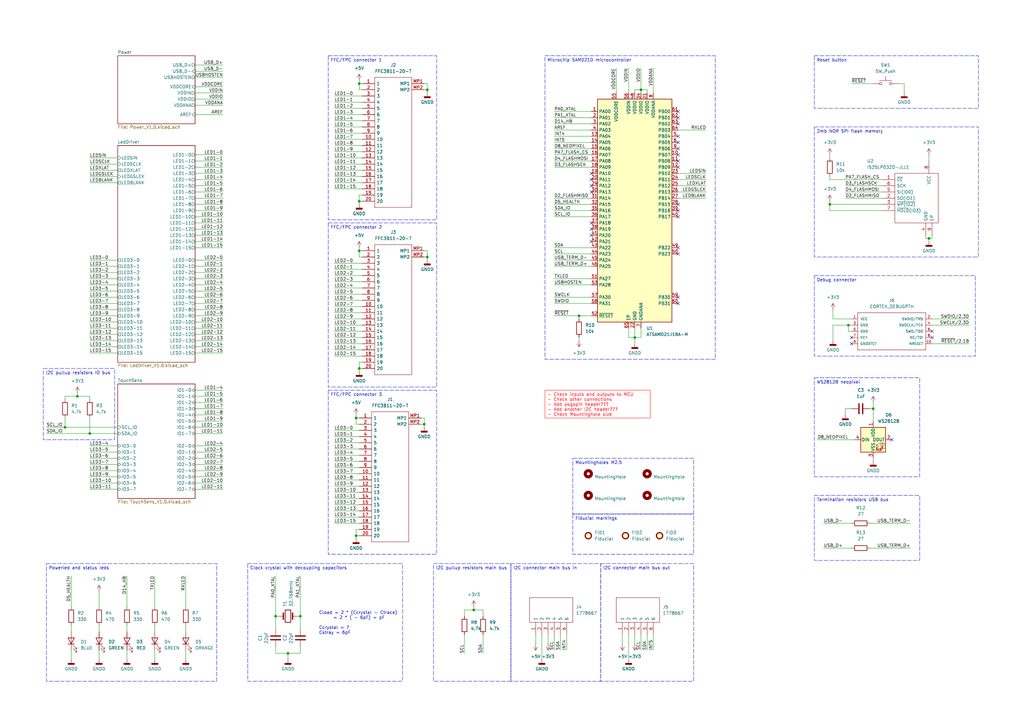
<source format=kicad_sch>
(kicad_sch (version 20230121) (generator eeschema)
  (paper "A3")
  (title_block (title "Led driver board BabySim") (date "06-09-2023") (rev "V1.0") (company "Health Concept Lab") (comment 1 "Author(s): Emiel Visser & Joris Bol"))
  (junction (at 194.31 250.19))
  (junction (at 262.89 36.83))
  (junction (at 147.32 151.13))
  (junction (at 113.03 252.73))
  (junction (at 358.14 167.64))
  (junction (at 173.99 173.99))
  (junction (at 175.26 36.83))
  (junction (at 147.32 34.29))
  (junction (at 31.75 162.56))
  (junction (at 123.19 252.73))
  (junction (at 147.32 102.87))
  (junction (at 381 97.79))
  (junction (at 347.98 133.35))
  (junction (at 146.05 171.45))
  (junction (at 26.67 175.26))
  (junction (at 260.35 138.43))
  (junction (at 340.36 83.82))
  (junction (at 175.26 105.41))
  (junction (at 146.05 219.71))
  (junction (at 118.11 267.97))
  (junction (at 147.32 82.55))
  (junction (at 237.49 129.54))
  (junction (at 36.83 177.8))
  (no_connect (at 382.27 135.89))
  (no_connect (at 278.13 45.72))
  (no_connect (at 278.13 88.9))
  (no_connect (at 278.13 104.14))
  (no_connect (at 349.25 138.43))
  (no_connect (at 242.57 73.66))
  (no_connect (at 242.57 93.98))
  (no_connect (at 242.57 96.52))
  (no_connect (at 278.13 55.88))
  (no_connect (at 278.13 83.82))
  (no_connect (at 365.76 180.34))
  (no_connect (at 278.13 48.26))
  (no_connect (at 242.57 71.12))
  (no_connect (at 242.57 78.74))
  (no_connect (at 382.27 138.43))
  (no_connect (at 242.57 76.2))
  (no_connect (at 349.25 140.97))
  (no_connect (at 278.13 86.36))
  (no_connect (at 242.57 91.44))
  (no_connect (at 278.13 68.58))
  (no_connect (at 278.13 121.92))
  (no_connect (at 278.13 60.96))
  (no_connect (at 278.13 101.6))
  (no_connect (at 242.57 99.06))
  (no_connect (at 278.13 124.46))
  (no_connect (at 278.13 58.42))
  (no_connect (at 278.13 50.8))
  (no_connect (at 278.13 66.04))
  (no_connect (at 278.13 63.5))
  (wire (pts (xy 137.16 118.11) (xy 148.59 118.11)))
  (wire (pts (xy 137.16 130.81) (xy 148.59 130.81)))
  (wire (pts (xy 91.44 76.2) (xy 80.01 76.2)))
  (wire (pts (xy 190.5 250.19) (xy 194.31 250.19)))
  (wire (pts (xy 40.64 256.54) (xy 40.64 259.08)))
  (wire (pts (xy 36.83 111.76) (xy 48.26 111.76)))
  (wire (pts (xy 91.44 121.92) (xy 80.01 121.92)))
  (wire (pts (xy 123.19 257.81) (xy 123.19 252.73)))
  (wire (pts (xy 91.44 81.28) (xy 80.01 81.28)))
  (wire (pts (xy 137.16 189.23) (xy 147.32 189.23)))
  (wire (pts (xy 36.83 171.45) (xy 36.83 177.8)))
  (wire (pts (xy 175.26 34.29) (xy 175.26 36.83)))
  (wire (pts (xy 91.44 63.5) (xy 80.01 63.5)))
  (wire (pts (xy 63.5 236.22) (xy 63.5 248.92)))
  (wire (pts (xy 262.89 36.83) (xy 260.35 36.83)))
  (wire (pts (xy 198.12 252.73) (xy 198.12 250.19)))
  (wire (pts (xy 341.63 130.81) (xy 349.25 130.81)))
  (wire (pts (xy 227.33 55.88) (xy 242.57 55.88)))
  (wire (pts (xy 232.41 260.35) (xy 232.41 266.7)))
  (wire (pts (xy 118.11 267.97) (xy 123.19 267.97)))
  (wire (pts (xy 337.82 214.63) (xy 349.25 214.63)))
  (wire (pts (xy 91.44 106.68) (xy 80.01 106.68)))
  (wire (pts (xy 198.12 260.35) (xy 198.12 267.97)))
  (wire (pts (xy 224.79 260.35) (xy 224.79 264.16)))
  (wire (pts (xy 148.59 82.55) (xy 147.32 82.55)))
  (wire (pts (xy 147.32 173.99) (xy 146.05 173.99)))
  (wire (pts (xy 80.01 198.12) (xy 91.44 198.12)))
  (wire (pts (xy 76.2 256.54) (xy 76.2 259.08)))
  (wire (pts (xy 36.83 72.39) (xy 48.26 72.39)))
  (wire (pts (xy 227.33 260.35) (xy 227.33 266.7)))
  (wire (pts (xy 146.05 171.45) (xy 146.05 170.18)))
  (wire (pts (xy 340.36 83.82) (xy 361.95 83.82)))
  (wire (pts (xy 341.63 133.35) (xy 347.98 133.35)))
  (wire (pts (xy 172.72 171.45) (xy 173.99 171.45)))
  (wire (pts (xy 91.44 86.36) (xy 80.01 86.36)))
  (wire (pts (xy 91.44 137.16) (xy 80.01 137.16)))
  (wire (pts (xy 257.81 260.35) (xy 257.81 270.51)))
  (wire (pts (xy 346.71 81.28) (xy 361.95 81.28)))
  (wire (pts (xy 91.44 175.26) (xy 80.01 175.26)))
  (wire (pts (xy 346.71 78.74) (xy 361.95 78.74)))
  (wire (pts (xy 147.32 34.29) (xy 147.32 33.02)))
  (wire (pts (xy 137.16 194.31) (xy 147.32 194.31)))
  (wire (pts (xy 137.16 143.51) (xy 148.59 143.51)))
  (wire (pts (xy 358.14 167.64) (xy 356.87 167.64)))
  (wire (pts (xy 137.16 115.57) (xy 148.59 115.57)))
  (wire (pts (xy 76.2 236.22) (xy 76.2 248.92)))
  (wire (pts (xy 91.44 73.66) (xy 80.01 73.66)))
  (wire (pts (xy 255.27 260.35) (xy 255.27 264.16)))
  (wire (pts (xy 80.01 185.42) (xy 91.44 185.42)))
  (wire (pts (xy 252.73 27.94) (xy 252.73 38.1)))
  (wire (pts (xy 91.44 91.44) (xy 80.01 91.44)))
  (wire (pts (xy 227.33 48.26) (xy 242.57 48.26)))
  (wire (pts (xy 190.5 267.97) (xy 190.5 260.35)))
  (wire (pts (xy 29.21 236.22) (xy 29.21 248.92)))
  (wire (pts (xy 341.63 139.7) (xy 341.63 133.35)))
  (wire (pts (xy 137.16 135.89) (xy 148.59 135.89)))
  (wire (pts (xy 137.16 184.15) (xy 147.32 184.15)))
  (wire (pts (xy 382.27 133.35) (xy 397.51 133.35)))
  (wire (pts (xy 148.59 148.59) (xy 147.32 148.59)))
  (wire (pts (xy 137.16 128.27) (xy 148.59 128.27)))
  (wire (pts (xy 227.33 116.84) (xy 242.57 116.84)))
  (wire (pts (xy 260.35 260.35) (xy 260.35 264.16)))
  (wire (pts (xy 123.19 252.73) (xy 123.19 236.22)))
  (wire (pts (xy 137.16 69.85) (xy 148.59 69.85)))
  (wire (pts (xy 36.83 185.42) (xy 48.26 185.42)))
  (wire (pts (xy 36.83 121.92) (xy 48.26 121.92)))
  (wire (pts (xy 26.67 162.56) (xy 26.67 163.83)))
  (wire (pts (xy 36.83 124.46) (xy 48.26 124.46)))
  (wire (pts (xy 26.67 175.26) (xy 48.26 175.26)))
  (wire (pts (xy 113.03 252.73) (xy 114.3 252.73)))
  (wire (pts (xy 227.33 124.46) (xy 242.57 124.46)))
  (wire (pts (xy 147.32 80.01) (xy 147.32 82.55)))
  (wire (pts (xy 349.25 34.29) (xy 358.14 34.29)))
  (wire (pts (xy 346.71 76.2) (xy 361.95 76.2)))
  (wire (pts (xy 227.33 60.96) (xy 242.57 60.96)))
  (wire (pts (xy 123.19 252.73) (xy 121.92 252.73)))
  (wire (pts (xy 227.33 109.22) (xy 242.57 109.22)))
  (wire (pts (xy 194.31 248.92) (xy 194.31 250.19)))
  (wire (pts (xy 91.44 162.56) (xy 80.01 162.56)))
  (wire (pts (xy 91.44 119.38) (xy 80.01 119.38)))
  (wire (pts (xy 91.44 132.08) (xy 80.01 132.08)))
  (wire (pts (xy 137.16 49.53) (xy 148.59 49.53)))
  (wire (pts (xy 278.13 81.28) (xy 289.56 81.28)))
  (wire (pts (xy 227.33 104.14) (xy 242.57 104.14)))
  (wire (pts (xy 340.36 63.5) (xy 340.36 64.77)))
  (wire (pts (xy 52.07 236.22) (xy 52.07 248.92)))
  (wire (pts (xy 137.16 133.35) (xy 148.59 133.35)))
  (wire (pts (xy 356.87 214.63) (xy 373.38 214.63)))
  (wire (pts (xy 137.16 138.43) (xy 148.59 138.43)))
  (wire (pts (xy 148.59 34.29) (xy 147.32 34.29)))
  (wire (pts (xy 137.16 52.07) (xy 148.59 52.07)))
  (wire (pts (xy 137.16 212.09) (xy 147.32 212.09)))
  (wire (pts (xy 148.59 80.01) (xy 147.32 80.01)))
  (wire (pts (xy 91.44 167.64) (xy 80.01 167.64)))
  (wire (pts (xy 227.33 83.82) (xy 242.57 83.82)))
  (wire (pts (xy 278.13 73.66) (xy 289.56 73.66)))
  (wire (pts (xy 36.83 74.93) (xy 48.26 74.93)))
  (wire (pts (xy 262.89 134.62) (xy 262.89 138.43)))
  (wire (pts (xy 137.16 67.31) (xy 148.59 67.31)))
  (wire (pts (xy 137.16 209.55) (xy 147.32 209.55)))
  (wire (pts (xy 80.01 193.04) (xy 91.44 193.04)))
  (wire (pts (xy 175.26 102.87) (xy 175.26 105.41)))
  (wire (pts (xy 346.71 170.18) (xy 346.71 167.64)))
  (wire (pts (xy 36.83 127) (xy 48.26 127)))
  (wire (pts (xy 36.83 195.58) (xy 48.26 195.58)))
  (wire (pts (xy 229.87 260.35) (xy 229.87 266.7)))
  (wire (pts (xy 175.26 105.41) (xy 173.99 105.41)))
  (wire (pts (xy 137.16 41.91) (xy 148.59 41.91)))
  (wire (pts (xy 36.83 116.84) (xy 48.26 116.84)))
  (wire (pts (xy 347.98 135.89) (xy 349.25 135.89)))
  (wire (pts (xy 146.05 173.99) (xy 146.05 171.45)))
  (wire (pts (xy 262.89 138.43) (xy 260.35 138.43)))
  (wire (pts (xy 91.44 111.76) (xy 80.01 111.76)))
  (wire (pts (xy 137.16 46.99) (xy 148.59 46.99)))
  (wire (pts (xy 91.44 31.75) (xy 80.01 31.75)))
  (wire (pts (xy 267.97 27.94) (xy 267.97 38.1)))
  (wire (pts (xy 137.16 39.37) (xy 148.59 39.37)))
  (wire (pts (xy 382.27 97.79) (xy 381 97.79)))
  (wire (pts (xy 278.13 71.12) (xy 289.56 71.12)))
  (wire (pts (xy 173.99 102.87) (xy 175.26 102.87)))
  (wire (pts (xy 137.16 74.93) (xy 148.59 74.93)))
  (wire (pts (xy 137.16 214.63) (xy 147.32 214.63)))
  (wire (pts (xy 40.64 242.57) (xy 40.64 248.92)))
  (wire (pts (xy 337.82 224.79) (xy 349.25 224.79)))
  (wire (pts (xy 91.44 165.1) (xy 80.01 165.1)))
  (wire (pts (xy 52.07 256.54) (xy 52.07 259.08)))
  (wire (pts (xy 137.16 146.05) (xy 148.59 146.05)))
  (wire (pts (xy 91.44 127) (xy 80.01 127)))
  (wire (pts (xy 137.16 62.23) (xy 148.59 62.23)))
  (wire (pts (xy 80.01 46.99) (xy 91.44 46.99)))
  (wire (pts (xy 137.16 199.39) (xy 147.32 199.39)))
  (wire (pts (xy 36.83 134.62) (xy 48.26 134.62)))
  (wire (pts (xy 36.83 129.54) (xy 48.26 129.54)))
  (wire (pts (xy 237.49 129.54) (xy 242.57 129.54)))
  (wire (pts (xy 147.32 105.41) (xy 147.32 102.87)))
  (wire (pts (xy 91.44 88.9) (xy 80.01 88.9)))
  (wire (pts (xy 146.05 217.17) (xy 146.05 219.71)))
  (wire (pts (xy 335.28 180.34) (xy 350.52 180.34)))
  (wire (pts (xy 80.01 35.56) (xy 91.44 35.56)))
  (wire (pts (xy 237.49 138.43) (xy 237.49 139.7)))
  (wire (pts (xy 267.97 260.35) (xy 267.97 266.7)))
  (wire (pts (xy 40.64 266.7) (xy 40.64 270.51)))
  (wire (pts (xy 91.44 142.24) (xy 80.01 142.24)))
  (wire (pts (xy 123.19 267.97) (xy 123.19 265.43)))
  (wire (pts (xy 118.11 267.97) (xy 118.11 270.51)))
  (wire (pts (xy 175.26 36.83) (xy 173.99 36.83)))
  (wire (pts (xy 147.32 152.4) (xy 147.32 151.13)))
  (wire (pts (xy 257.81 27.94) (xy 257.81 38.1)))
  (wire (pts (xy 227.33 63.5) (xy 242.57 63.5)))
  (wire (pts (xy 36.83 190.5) (xy 48.26 190.5)))
  (wire (pts (xy 91.44 124.46) (xy 80.01 124.46)))
  (wire (pts (xy 340.36 82.55) (xy 340.36 83.82)))
  (wire (pts (xy 147.32 148.59) (xy 147.32 151.13)))
  (wire (pts (xy 194.31 250.19) (xy 198.12 250.19)))
  (wire (pts (xy 91.44 114.3) (xy 80.01 114.3)))
  (wire (pts (xy 227.33 88.9) (xy 242.57 88.9)))
  (wire (pts (xy 356.87 224.79) (xy 373.38 224.79)))
  (wire (pts (xy 349.25 133.35) (xy 347.98 133.35)))
  (wire (pts (xy 227.33 106.68) (xy 242.57 106.68)))
  (wire (pts (xy 80.01 195.58) (xy 91.44 195.58)))
  (wire (pts (xy 137.16 57.15) (xy 148.59 57.15)))
  (wire (pts (xy 80.01 38.1) (xy 91.44 38.1)))
  (wire (pts (xy 36.83 200.66) (xy 48.26 200.66)))
  (wire (pts (xy 289.56 53.34) (xy 278.13 53.34)))
  (wire (pts (xy 137.16 54.61) (xy 148.59 54.61)))
  (wire (pts (xy 260.35 134.62) (xy 260.35 138.43)))
  (wire (pts (xy 91.44 101.6) (xy 80.01 101.6)))
  (wire (pts (xy 36.83 139.7) (xy 48.26 139.7)))
  (wire (pts (xy 382.27 130.81) (xy 397.51 130.81)))
  (wire (pts (xy 278.13 76.2) (xy 289.56 76.2)))
  (wire (pts (xy 382.27 140.97) (xy 397.51 140.97)))
  (wire (pts (xy 381 97.79) (xy 381 99.06)))
  (wire (pts (xy 358.14 165.1) (xy 358.14 167.64)))
  (wire (pts (xy 227.33 50.8) (xy 242.57 50.8)))
  (wire (pts (xy 358.14 172.72) (xy 358.14 167.64)))
  (wire (pts (xy 36.83 182.88) (xy 48.26 182.88)))
  (wire (pts (xy 260.35 36.83) (xy 260.35 38.1)))
  (wire (pts (xy 148.59 36.83) (xy 147.32 36.83)))
  (wire (pts (xy 31.75 162.56) (xy 36.83 162.56)))
  (wire (pts (xy 91.44 66.04) (xy 80.01 66.04)))
  (wire (pts (xy 91.44 93.98) (xy 80.01 93.98)))
  (wire (pts (xy 147.32 171.45) (xy 146.05 171.45)))
  (wire (pts (xy 29.21 256.54) (xy 29.21 259.08)))
  (wire (pts (xy 91.44 177.8) (xy 80.01 177.8)))
  (wire (pts (xy 370.84 34.29) (xy 368.3 34.29)))
  (wire (pts (xy 382.27 96.52) (xy 382.27 97.79)))
  (wire (pts (xy 346.71 167.64) (xy 349.25 167.64)))
  (wire (pts (xy 91.44 172.72) (xy 80.01 172.72)))
  (wire (pts (xy 36.83 109.22) (xy 48.26 109.22)))
  (wire (pts (xy 278.13 78.74) (xy 289.56 78.74)))
  (wire (pts (xy 91.44 134.62) (xy 80.01 134.62)))
  (wire (pts (xy 137.16 179.07) (xy 147.32 179.07)))
  (wire (pts (xy 173.99 173.99) (xy 172.72 173.99)))
  (wire (pts (xy 80.01 182.88) (xy 91.44 182.88)))
  (wire (pts (xy 227.33 114.3) (xy 242.57 114.3)))
  (wire (pts (xy 80.01 40.64) (xy 91.44 40.64)))
  (wire (pts (xy 91.44 96.52) (xy 80.01 96.52)))
  (wire (pts (xy 137.16 181.61) (xy 147.32 181.61)))
  (wire (pts (xy 137.16 107.95) (xy 148.59 107.95)))
  (wire (pts (xy 91.44 78.74) (xy 80.01 78.74)))
  (wire (pts (xy 80.01 26.67) (xy 91.44 26.67)))
  (wire (pts (xy 227.33 129.54) (xy 237.49 129.54)))
  (wire (pts (xy 31.75 161.29) (xy 31.75 162.56)))
  (wire (pts (xy 147.32 36.83) (xy 147.32 34.29)))
  (wire (pts (xy 91.44 170.18) (xy 80.01 170.18)))
  (wire (pts (xy 175.26 106.68) (xy 175.26 105.41)))
  (wire (pts (xy 227.33 58.42) (xy 242.57 58.42)))
  (wire (pts (xy 137.16 176.53) (xy 147.32 176.53)))
  (wire (pts (xy 19.05 177.8) (xy 36.83 177.8)))
  (wire (pts (xy 137.16 59.69) (xy 148.59 59.69)))
  (wire (pts (xy 80.01 200.66) (xy 91.44 200.66)))
  (wire (pts (xy 113.03 257.81) (xy 113.03 252.73)))
  (wire (pts (xy 137.16 44.45) (xy 148.59 44.45)))
  (wire (pts (xy 80.01 190.5) (xy 91.44 190.5)))
  (wire (pts (xy 190.5 250.19) (xy 190.5 252.73)))
  (wire (pts (xy 262.89 27.94) (xy 262.89 36.83)))
  (wire (pts (xy 137.16 191.77) (xy 147.32 191.77)))
  (wire (pts (xy 137.16 123.19) (xy 148.59 123.19)))
  (wire (pts (xy 36.83 177.8) (xy 48.26 177.8)))
  (wire (pts (xy 63.5 256.54) (xy 63.5 259.08)))
  (wire (pts (xy 36.83 142.24) (xy 48.26 142.24)))
  (wire (pts (xy 257.81 138.43) (xy 260.35 138.43)))
  (wire (pts (xy 227.33 86.36) (xy 242.57 86.36)))
  (wire (pts (xy 36.83 69.85) (xy 48.26 69.85)))
  (wire (pts (xy 173.99 175.26) (xy 173.99 173.99)))
  (wire (pts (xy 19.05 175.26) (xy 26.67 175.26)))
  (wire (pts (xy 80.01 187.96) (xy 91.44 187.96)))
  (wire (pts (xy 147.32 102.87) (xy 147.32 101.6)))
  (wire (pts (xy 91.44 99.06) (xy 80.01 99.06)))
  (wire (pts (xy 29.21 266.7) (xy 29.21 270.51)))
  (wire (pts (xy 91.44 68.58) (xy 80.01 68.58)))
  (wire (pts (xy 137.16 77.47) (xy 148.59 77.47)))
  (wire (pts (xy 36.83 163.83) (xy 36.83 162.56)))
  (wire (pts (xy 36.83 144.78) (xy 48.26 144.78)))
  (wire (pts (xy 137.16 125.73) (xy 148.59 125.73)))
  (wire (pts (xy 260.35 138.43) (xy 260.35 140.97)))
  (wire (pts (xy 340.36 72.39) (xy 340.36 73.66)))
  (wire (pts (xy 91.44 116.84) (xy 80.01 116.84)))
  (wire (pts (xy 91.44 71.12) (xy 80.01 71.12)))
  (wire (pts (xy 80.01 29.21) (xy 91.44 29.21)))
  (wire (pts (xy 146.05 220.98) (xy 146.05 219.71)))
  (wire (pts (xy 347.98 133.35) (xy 347.98 135.89)))
  (wire (pts (xy 113.03 265.43) (xy 113.03 267.97)))
  (wire (pts (xy 91.44 144.78) (xy 80.01 144.78)))
  (wire (pts (xy 52.07 266.7) (xy 52.07 270.51)))
  (wire (pts (xy 36.83 137.16) (xy 48.26 137.16)))
  (wire (pts (xy 113.03 267.97) (xy 118.11 267.97)))
  (wire (pts (xy 173.99 34.29) (xy 175.26 34.29)))
  (wire (pts (xy 148.59 102.87) (xy 147.32 102.87)))
  (wire (pts (xy 91.44 109.22) (xy 80.01 109.22)))
  (wire (pts (xy 36.83 114.3) (xy 48.26 114.3)))
  (wire (pts (xy 26.67 162.56) (xy 31.75 162.56)))
  (wire (pts (xy 137.16 72.39) (xy 148.59 72.39)))
  (wire (pts (xy 36.83 64.77) (xy 48.26 64.77)))
  (wire (pts (xy 36.83 67.31) (xy 48.26 67.31)))
  (wire (pts (xy 222.25 260.35) (xy 222.25 270.51)))
  (wire (pts (xy 175.26 38.1) (xy 175.26 36.83)))
  (wire (pts (xy 227.33 68.58) (xy 242.57 68.58)))
  (wire (pts (xy 76.2 266.7) (xy 76.2 270.51)))
  (wire (pts (xy 340.36 86.36) (xy 361.95 86.36)))
  (wire (pts (xy 341.63 127) (xy 341.63 130.81)))
  (wire (pts (xy 137.16 113.03) (xy 148.59 113.03)))
  (wire (pts (xy 63.5 266.7) (xy 63.5 270.51)))
  (wire (pts (xy 137.16 140.97) (xy 148.59 140.97)))
  (wire (pts (xy 237.49 130.81) (xy 237.49 129.54)))
  (wire (pts (xy 36.83 106.68) (xy 48.26 106.68)))
  (wire (pts (xy 36.83 198.12) (xy 48.26 198.12)))
  (wire (pts (xy 26.67 171.45) (xy 26.67 175.26)))
  (wire (pts (xy 381 63.5) (xy 381 66.04)))
  (wire (pts (xy 91.44 129.54) (xy 80.01 129.54)))
  (wire (pts (xy 146.05 219.71) (xy 147.32 219.71)))
  (wire (pts (xy 358.14 187.96) (xy 358.14 189.23)))
  (wire (pts (xy 148.59 105.41) (xy 147.32 105.41)))
  (wire (pts (xy 265.43 38.1) (xy 265.43 36.83)))
  (wire (pts (xy 227.33 53.34) (xy 242.57 53.34)))
  (wire (pts (xy 137.16 196.85) (xy 147.32 196.85)))
  (wire (pts (xy 265.43 36.83) (xy 262.89 36.83)))
  (wire (pts (xy 91.44 139.7) (xy 80.01 139.7)))
  (wire (pts (xy 257.81 134.62) (xy 257.81 138.43)))
  (wire (pts (xy 137.16 64.77) (xy 148.59 64.77)))
  (wire (pts (xy 381 97.79) (xy 379.73 97.79)))
  (wire (pts (xy 262.89 36.83) (xy 262.89 38.1)))
  (wire (pts (xy 36.83 187.96) (xy 48.26 187.96)))
  (wire (pts (xy 227.33 66.04) (xy 242.57 66.04)))
  (wire (pts (xy 227.33 101.6) (xy 242.57 101.6)))
  (wire (pts (xy 219.71 260.35) (xy 219.71 264.16)))
  (wire (pts (xy 36.83 119.38) (xy 48.26 119.38)))
  (wire (pts (xy 227.33 121.92) (xy 242.57 121.92)))
  (wire (pts (xy 147.32 83.82) (xy 147.32 82.55)))
  (wire (pts (xy 91.44 160.02) (xy 80.01 160.02)))
  (wire (pts (xy 36.83 193.04) (xy 48.26 193.04)))
  (wire (pts (xy 80.01 43.18) (xy 91.44 43.18)))
  (wire (pts (xy 173.99 171.45) (xy 173.99 173.99)))
  (wire (pts (xy 36.83 132.08) (xy 48.26 132.08)))
  (wire (pts (xy 137.16 120.65) (xy 148.59 120.65)))
  (wire (pts (xy 147.32 151.13) (xy 148.59 151.13)))
  (wire (pts (xy 91.44 83.82) (xy 80.01 83.82)))
  (wire (pts (xy 137.16 186.69) (xy 147.32 186.69)))
  (wire (pts (xy 265.43 260.35) (xy 265.43 266.7)))
  (wire (pts (xy 379.73 97.79) (xy 379.73 96.52)))
  (wire (pts (xy 370.84 38.1) (xy 370.84 34.29)))
  (wire (pts (xy 340.36 83.82) (xy 340.36 86.36)))
  (wire (pts (xy 227.33 45.72) (xy 242.57 45.72)))
  (wire (pts (xy 262.89 260.35) (xy 262.89 266.7)))
  (wire (pts (xy 137.16 207.01) (xy 147.32 207.01)))
  (wire (pts (xy 340.36 73.66) (xy 361.95 73.66)))
  (wire (pts (xy 113.03 252.73) (xy 113.03 236.22)))
  (wire (pts (xy 227.33 81.28) (xy 242.57 81.28)))
  (wire (pts (xy 147.32 217.17) (xy 146.05 217.17)))
  (wire (pts (xy 137.16 110.49) (xy 148.59 110.49)))
  (wire (pts (xy 137.16 201.93) (xy 147.32 201.93)))
  (wire (pts (xy 137.16 204.47) (xy 147.32 204.47)))
  (text_box "I2C connector main bus out" (at 246.38 231.14 0) (size 38.1 48.26) (stroke (width 0) (type dash)) (effects (font (size 1.27 1.27)) (justify left top)))
  (text_box "Clock crystal with decoupling capacitors" (at 101.6 231.14 0) (size 63.5 48.26) (stroke (width 0) (type dash)) (effects (font (size 1.27 1.27)) (justify left top)))
  (text_box "I2C pullup resistors main bus" (at 177.8 231.14 0) (size 31.75 48.26) (stroke (width 0) (type dash)) (effects (font (size 1.27 1.27)) (justify left top)))
  (text_box "FFC/FPC connector 3" (at 134.62 160.02 0) (size 44.45 67.31) (stroke (width 0) (type dash)) (effects (font (size 1.27 1.27)) (justify left top)))
  (text_box "I2C connector main bus in" (at 209.55 231.14 0) (size 36.83 48.26) (stroke (width 0) (type dash)) (effects (font (size 1.27 1.27)) (justify left top)))
  (text_box "Mountingholes M2.5" (at 234.95 187.96 0) (size 49.53 22.86) (stroke (width 0) (type dash)) (effects (font (size 1.27 1.27)) (justify left top)))
  (text_box "Debug connector" (at 334.01 113.03 0) (size 66.04 33.02) (stroke (width 0) (type dash)) (effects (font (size 1.27 1.27)) (justify left top)))
  (text_box "2mb NOR SPI flash memory" (at 334.01 52.07 0) (size 67.31 53.34) (stroke (width 0) (type dash)) (effects (font (size 1.27 1.27)) (justify left top)))
  (text_box "- Check inputs and outputs to MCU\n- Check other connections \n- Add pogopin header???\n- Add another I2C header???\n- Check Mountinghole size" (at 223.52 160.02 0) (size 43.18 11.43) (stroke (width 0) (color 255 0 0 1)) (effects (font (size 1.27 1.27)) (justify left top)))
  (text_box "Termination resistors USB bus" (at 334.01 203.2 0) (size 43.18 26.67) (stroke (width 0) (type dash)) (effects (font (size 1.27 1.27)) (justify left top)))
  (text_box "Powerled and status leds" (at 19.05 231.14 0) (size 69.85 48.26) (stroke (width 0) (type dash)) (effects (font (size 1.27 1.27)) (justify left top)))
  (text_box "FFC/FPC connector 1" (at 134.62 22.86 0) (size 44.45 67.31) (stroke (width 0) (type dash)) (effects (font (size 1.27 1.27)) (justify left top)))
  (text_box "Reset button" (at 334.01 22.86 0) (size 67.31 21.59) (stroke (width 0) (type dash)) (effects (font (size 1.27 1.27)) (justify left top)))
  (text_box "Microchip SAMD21D microcontroller" (at 223.52 22.86 0) (size 69.85 124.46) (stroke (width 0) (type dash)) (effects (font (size 1.27 1.27)) (justify left top)))
  (text_box "Fiducial markings" (at 234.95 210.82 0) (size 49.53 16.51) (stroke (width 0) (type dash)) (effects (font (size 1.27 1.27)) (justify left top)))
  (text_box "FFC/FPC connector 2" (at 134.62 91.44 0) (size 44.45 67.31) (stroke (width 0) (type dash)) (effects (font (size 1.27 1.27)) (justify left top)))
  (text_box "I2C pullup resistors IO bus" (at 17.78 151.13 0) (size 29.21 29.21) (stroke (width 0) (type dash)) (effects (font (size 1.27 1.27)) (justify left top)))
  (text_box "WS2812B neopixel" (at 334.01 154.94 0) (size 43.18 40.64) (stroke (width 0) (type dash)) (effects (font (size 1.27 1.27)) (justify left top)))
  (text "Cload = 2 * (Ccrystal - Ctrace)\n      = 2 * ( - 6pF) = pF\n\nCcrystal = ?\nCstray = 6pF" (at 130.81 260.35 0) (effects (font (size 1.27 1.27)) (justify left bottom)))
  (label "LED2-11" (at 91.44 200.66 180))
  (label "LED3-11" (at 36.83 134.62 0))
  (label "LEDBLANK" (at 289.56 81.28 180))
  (label "INT5" (at 267.97 266.7 90))
  (label "LED3-9" (at 36.83 129.54 0))
  (label "AREF" (at 91.44 46.99 180))
  (label "LED2-3" (at 91.44 114.3 180))
  (label "LED3-9" (at 137.16 199.39 0))
  (label "LED1-8" (at 91.44 83.82 180))
  (label "LED3-5" (at 36.83 119.38 0))
  (label "D8_NEOPIXEL" (at 227.33 60.96 0))
  (label "LED3-5" (at 137.16 189.23 0))
  (label "USB_TERM_D-" (at 227.33 106.68 0))
  (label "SDA" (at 265.43 266.7 90))
  (label "LED3-12" (at 137.16 207.01 0))
  (label "LED2-8" (at 137.16 128.27 0))
  (label "INT5" (at 227.33 58.42 0))
  (label "LEDXLAT" (at 36.83 69.85 0))
  (label "LED1-5" (at 91.44 162.56 180))
  (label "LED1-6" (at 91.44 165.1 180))
  (label "LED3-11" (at 36.83 200.66 0))
  (label "D3_FLASHSCK" (at 346.71 76.2 0))
  (label "LED3-12" (at 36.83 137.16 0))
  (label "VDDIN" (at 257.81 27.94 270))
  (label "PA1_XTAL" (at 227.33 48.26 0))
  (label "VDDIO" (at 262.89 27.94 270))
  (label "~{RESET}" (at 227.33 129.54 0))
  (label "LED3-4" (at 36.83 182.88 0))
  (label "LED2-1" (at 91.44 109.22 180))
  (label "VDDIO" (at 91.44 40.64 180))
  (label "LED1-12" (at 91.44 93.98 180))
  (label "D4_FLASHMOSI" (at 346.71 78.74 0))
  (label "LED1-14" (at 91.44 99.06 180))
  (label "LED2-10" (at 91.44 132.08 180))
  (label "LEDXLAT" (at 289.56 76.2 180))
  (label "LED3-5" (at 36.83 185.42 0))
  (label "LED1-15" (at 137.16 77.47 0))
  (label "LED1-9" (at 91.44 86.36 180))
  (label "LED3-10" (at 137.16 201.93 0))
  (label "LED3-8" (at 137.16 196.85 0))
  (label "LEDGSLCK" (at 36.83 72.39 0))
  (label "SDA" (at 198.12 267.97 90))
  (label "LED3-10" (at 36.83 198.12 0))
  (label "SCL_IO" (at 19.05 175.26 0))
  (label "LEDBLANK" (at 36.83 74.93 0))
  (label "LED3-13" (at 137.16 209.55 0))
  (label "SDA" (at 227.33 101.6 0))
  (label "LED2-6" (at 91.44 187.96 180))
  (label "LED1-6" (at 137.16 54.61 0))
  (label "LED2-0" (at 137.16 107.95 0))
  (label "USB_TERM_D-" (at 373.38 214.63 180))
  (label "LED3-8" (at 36.83 127 0))
  (label "TXLED" (at 227.33 114.3 0))
  (label "AREF" (at 227.33 53.34 0))
  (label "LED1-11" (at 137.16 67.31 0))
  (label "D3_FLASHSCK" (at 227.33 68.58 0))
  (label "LED2-9" (at 91.44 195.58 180))
  (label "LEDGSLCK" (at 289.56 78.74 180))
  (label "LED2-15" (at 137.16 146.05 0))
  (label "LED3-8" (at 36.83 193.04 0))
  (label "LED2-6" (at 137.16 123.19 0))
  (label "LED1-2" (at 91.44 68.58 180))
  (label "LED3-15" (at 137.16 214.63 0))
  (label "LED1-8" (at 137.16 59.69 0))
  (label "LED3-6" (at 36.83 121.92 0))
  (label "LED2-10" (at 137.16 133.35 0))
  (label "LED1-7" (at 91.44 81.28 180))
  (label "LED3-0" (at 36.83 106.68 0))
  (label "LED2-3" (at 137.16 115.57 0))
  (label "LED3-15" (at 36.83 144.78 0))
  (label "VDDIN" (at 91.44 38.1 180))
  (label "LED1-10" (at 137.16 64.77 0))
  (label "LED1-11" (at 91.44 177.8 180))
  (label "LED3-7" (at 36.83 190.5 0))
  (label "LED1-7" (at 137.16 57.15 0))
  (label "LED2-7" (at 91.44 124.46 180))
  (label "LED2-1" (at 137.16 110.49 0))
  (label "RXLED" (at 289.56 53.34 180))
  (label "SCL" (at 262.89 266.7 90))
  (label "LED2-2" (at 137.16 113.03 0))
  (label "LED1-14" (at 137.16 74.93 0))
  (label "~{RESET}" (at 349.25 34.29 0))
  (label "LED1-13" (at 137.16 72.39 0))
  (label "PA0_XTAL" (at 227.33 45.72 0))
  (label "LED2-5" (at 91.44 119.38 180))
  (label "LED1-9" (at 91.44 172.72 180))
  (label "LED3-9" (at 36.83 195.58 0))
  (label "SDA_IO" (at 227.33 86.36 0))
  (label "PA7_FLASH_CS" (at 346.71 73.66 0))
  (label "SWDIO{slash}2.3D" (at 397.51 130.81 180))
  (label "LED3-14" (at 36.83 142.24 0))
  (label "LED2-7" (at 137.16 125.73 0))
  (label "LED1-0" (at 91.44 63.5 180))
  (label "D5_HEALTH" (at 227.33 83.82 0))
  (label "LED2-14" (at 91.44 142.24 180))
  (label "LED1-3" (at 137.16 46.99 0))
  (label "D5_HEALTH" (at 29.21 236.22 270))
  (label "LEDSIN" (at 36.83 64.77 0))
  (label "LED3-1" (at 137.16 179.07 0))
  (label "SCL" (at 227.33 104.14 0))
  (label "LEDSIN" (at 289.56 71.12 180))
  (label "LED3-4" (at 137.16 186.69 0))
  (label "PA7_FLASH_CS" (at 227.33 63.5 0))
  (label "SDA_IO" (at 19.05 177.8 0))
  (label "LED1-13" (at 91.44 96.52 180))
  (label "LED1-10" (at 91.44 88.9 180))
  (label "USBHOSTEN" (at 227.33 116.84 0))
  (label "D4_FLASHMOSI" (at 227.33 66.04 0))
  (label "LED2-4" (at 137.16 118.11 0))
  (label "LED2-14" (at 137.16 143.51 0))
  (label "LED3-1" (at 36.83 109.22 0))
  (label "SCL" (at 190.5 267.97 90))
  (label "LED1-1" (at 137.16 41.91 0))
  (label "LED2-9" (at 91.44 129.54 180))
  (label "LED2-4" (at 91.44 182.88 180))
  (label "VDDCORE" (at 91.44 35.56 180))
  (label "LED2-5" (at 137.16 120.65 0))
  (label "LED1-11" (at 91.44 91.44 180))
  (label "LED1-4" (at 137.16 49.53 0))
  (label "~{RESET}{slash}2.1B" (at 397.51 140.97 180))
  (label "PA1_XTAL" (at 123.19 236.22 270))
  (label "LED2-10" (at 91.44 198.12 180))
  (label "VDDCORE" (at 252.73 27.94 270))
  (label "USB_TERM_D+" (at 373.38 224.79 180))
  (label "LED2-6" (at 91.44 121.92 180))
  (label "LED3-6" (at 36.83 187.96 0))
  (label "USB_TERM_D+" (at 227.33 109.22 0))
  (label "LED2-15" (at 91.44 144.78 180))
  (label "LED1-1" (at 91.44 66.04 180))
  (label "LED2-7" (at 91.44 190.5 180))
  (label "LED3-13" (at 36.83 139.7 0))
  (label "LED2-9" (at 137.16 130.81 0))
  (label "LED3-14" (at 137.16 212.09 0))
  (label "LED3-6" (at 137.16 191.77 0))
  (label "LED2-12" (at 91.44 137.16 180))
  (label "D14_HB" (at 227.33 50.8 0))
  (label "LED3-11" (at 137.16 204.47 0))
  (label "USBHOSTEN" (at 91.44 31.75 180))
  (label "SWCLK" (at 227.33 121.92 0))
  (label "PA0_XTAL" (at 113.03 236.22 270))
  (label "LED1-5" (at 91.44 76.2 180))
  (label "LED1-5" (at 137.16 52.07 0))
  (label "INT4" (at 227.33 55.88 0))
  (label "VDDANA" (at 267.97 27.94 270))
  (label "LED1-12" (at 137.16 69.85 0))
  (label "SCL" (at 227.33 266.7 90))
  (label "USB_D+" (at 91.44 26.67 180))
  (label "LED1-0" (at 137.16 39.37 0))
  (label "LED2-12" (at 137.16 138.43 0))
  (label "SWCLK{slash}2.3D" (at 397.51 133.35 180))
  (label "LED2-2" (at 91.44 111.76 180))
  (label "LED3-4" (at 36.83 116.84 0))
  (label "LED2-11" (at 91.44 134.62 180))
  (label "LED2-11" (at 137.16 135.89 0))
  (label "LED1-2" (at 137.16 44.45 0))
  (label "TXLED" (at 63.5 236.22 270))
  (label "LED1-10" (at 91.44 175.26 180))
  (label "SCL_IO" (at 227.33 88.9 0))
  (label "LED1-3" (at 91.44 71.12 180))
  (label "USB_D-" (at 337.82 214.63 0))
  (label "D14_HB" (at 52.07 236.22 270))
  (label "LED2-4" (at 91.44 116.84 180))
  (label "LED1-4" (at 91.44 73.66 180))
  (label "D2_FLASHMISO" (at 346.71 81.28 0))
  (label "D8_NEOPIXEL" (at 335.28 180.34 0))
  (label "VDDANA" (at 91.44 43.18 180))
  (label "LED1-8" (at 91.44 170.18 180))
  (label "LED1-9" (at 137.16 62.23 0))
  (label "LED1-4" (at 91.44 160.02 180))
  (label "LED3-7" (at 36.83 124.46 0))
  (label "SDA" (at 229.87 266.7 90))
  (label "LED2-5" (at 91.44 185.42 180))
  (label "LED2-8" (at 91.44 193.04 180))
  (label "LED1-6" (at 91.44 78.74 180))
  (label "LED2-0" (at 91.44 106.68 180))
  (label "LED2-8" (at 91.44 127 180))
  (label "LED1-15" (at 91.44 101.6 180))
  (label "RXLED" (at 76.2 236.22 270))
  (label "LEDSCLK" (at 36.83 67.31 0))
  (label "LED1-7" (at 91.44 167.64 180))
  (label "LED2-13" (at 137.16 140.97 0))
  (label "USB_D-" (at 91.44 29.21 180))
  (label "LED3-3" (at 36.83 114.3 0))
  (label "LED3-7" (at 137.16 194.31 0))
  (label "INT4" (at 232.41 266.7 90))
  (label "LED3-3" (at 137.16 184.15 0))
  (label "SWDIO" (at 227.33 124.46 0))
  (label "LED2-13" (at 91.44 139.7 180))
  (label "LED3-2" (at 137.16 181.61 0))
  (label "LED3-10" (at 36.83 132.08 0))
  (label "LED3-2" (at 36.83 111.76 0))
  (label "D2_FLASHMISO" (at 227.33 81.28 0))
  (label "USB_D+" (at 337.82 224.79 0))
  (label "LEDSCLK" (at 289.56 73.66 180))
  (label "LED3-0" (at 137.16 176.53 0))
  (symbol (lib_id "Mechanical:Fiducial") (at 256.54 219.71 0) (unit 1)
    (property "Reference" "FID2" (at 259.08 218.44 0) (effects (justify left)))
    (property "Value" "Fiducial" (at 259.08 220.98 0) (effects (justify left)))
    (property "Footprint" "Fiducial:Fiducial_1mm_Mask2mm" (effects hide))
  )
  (symbol (lib_id "Device:LED") (at 63.5 262.89 90) (unit 1)
    (property "Reference" "D4" (at 67.31 263.2075 90) (effects (justify right)))
    (property "Value" "GREEN" (at 67.31 265.7475 90) (effects (justify right)))
    (property "Footprint" "LED_SMD:LED_0805_2012Metric_Pad1.15x1.40mm_HandSolder" (effects hide))
  )
  (symbol (lib_id "power:+3V3") (at 260.35 264.16 180) (unit 1)
    (property "Reference" "#PWR026" (effects hide))
    (property "Value" "+3V3" (at 260.35 269.24 0))
  )
  (symbol (lib_id "Device:R") (at 353.06 224.79 90) (unit 1)
    (property "Reference" "R13" (at 353.06 218.44 90))
    (property "Value" "27" (at 353.06 220.98 90))
    (property "Footprint" "Resistor_SMD:R_0603_1608Metric_Pad0.98x0.95mm_HandSolder" (effects hide))
  )
  (symbol (lib_id "Device:R") (at 36.83 167.64 180) (unit 1)
    (property "Reference" "R3" (at 39.37 166.37 0) (effects (justify right)))
    (property "Value" "4.7k" (at 39.37 168.91 0) (effects (justify right)))
    (property "Footprint" "Resistor_SMD:R_0603_1608Metric_Pad0.98x0.95mm_HandSolder" (effects hide))
  )
  (symbol (lib_id "power:GNDD") (at 146.05 220.98 0) (unit 1)
    (property "Reference" "#PWR010" (effects hide))
    (property "Value" "GNDD" (at 146.05 224.79 0))
  )
  (symbol (lib_id "Device:Crystal") (at 118.11 252.73 180) (unit 1)
    (property "Reference" "Y1" (at 116.84 248.92 90) (effects (justify right)))
    (property "Value" "32.768mHz" (at 119.38 248.92 90) (effects (justify right)))
    (property "Footprint" "Crystal:Crystal_SMD_3215-2Pin_3.2x1.5mm" (effects hide))
  )
  (symbol (lib_id "SamacSys_Parts:IS25LP032D-JLLE") (at 361.95 73.66 0) (unit 1)
    (property "Reference" "U2" (at 355.6 66.04 0) (effects (justify left)))
    (property "Value" "IS25LP032D-JLLE" (at 355.6 68.58 0) (effects (justify left)))
    (property "Footprint" "SON127P600X500X75-9N-D" (effects hide))
    (property "Datasheet" "http://www.issi.com/WW/pdf/25LP-WP032D.pdf" (effects hide))
    (property "Description" "NOR Flash 32M QSPI, WSON ET" (effects hide))
    (property "Height" "0.75" (effects hide))
    (property "Manufacturer_Name" "Integrated Silicon Solution Inc." (effects hide))
    (property "Manufacturer_Part_Number" "IS25LP032D-JLLE" (effects hide))
    (property "Mouser Part Number" "870-IS25LP032D-JLLE" (effects hide))
    (property "Mouser Price/Stock" "https://www.mouser.co.uk/ProductDetail/ISSI/IS25LP032D-JLLE?qs=DXv0QSHKF4wnam7hnzWEbg%3D%3D" (effects hide))
    (property "Arrow Part Number" "IS25LP032D-JLLE" (effects hide))
    (property "Arrow Price/Stock" "https://www.arrow.com/en/products/is25lp032d-jlle/integrated-silicon-solution-inc?region=nac" (effects hide))
  )
  (symbol (lib_id "power:+3V3") (at 340.36 82.55 0) (unit 1)
    (property "Reference" "#PWR028" (effects hide))
    (property "Value" "+3V3" (at 340.36 77.47 0))
  )
  (symbol (lib_id "power:GNDD") (at 222.25 270.51 0) (unit 1)
    (property "Reference" "#PWR020" (effects hide))
    (property "Value" "GNDD" (at 222.25 274.32 0))
  )
  (symbol (lib_id "power:GNDD") (at 63.5 270.51 0) (unit 1)
    (property "Reference" "#PWR06" (effects hide))
    (property "Value" "GNDD" (at 63.5 274.32 0))
  )
  (symbol (lib_id "power:GNDD") (at 381 99.06 0) (unit 1)
    (property "Reference" "#PWR036" (effects hide))
    (property "Value" "GNDD" (at 381 102.87 0))
  )
  (symbol (lib_id "Device:R") (at 52.07 252.73 0) (unit 1)
    (property "Reference" "R5" (at 54.61 251.46 0) (effects (justify left)))
    (property "Value" "330" (at 54.61 254 0) (effects (justify left)))
    (property "Footprint" "Resistor_SMD:R_0603_1608Metric_Pad0.98x0.95mm_HandSolder" (effects hide))
  )
  (symbol (lib_id "Mechanical:MountingHole") (at 265.43 203.2 0) (unit 1)
    (property "Reference" "H4" (effects hide))
    (property "Value" "MountingHole" (at 267.97 204.47 0) (effects (justify left)))
    (property "Footprint" "MountingHole:MountingHole_2.7mm_M2.5_DIN965" (effects hide))
  )
  (symbol (lib_id "SamacSys_Parts:1778667") (at 219.71 260.35 90) (unit 1)
    (property "Reference" "J4" (at 236.22 248.92 90) (effects (justify right)))
    (property "Value" "1778667" (at 236.22 251.46 90) (effects (justify right)))
    (property "Footprint" "SHDRRA6W70P0X250_1X6_1670X750X510P" (effects hide))
    (property "Datasheet" "http://www.phoenixcontact.com/de/produkte/1778667/pdf" (effects hide))
    (property "Description" "PCB header, nominal cross section: 0.5 mm?, color: black, nominal current: 6 A, rated voltage (III/2): 160 V, contact surface: Tin, type of contact: Male connector, Number of potentials: 6, Number of rows: 1, Number of positions per row: 6, number of connections: 6, product range: PTSM 0,5/..-HH-THR, pitch: 2.5 mm, mounting: THR soldering, pin layout: Linear pinning, solder pin [P]: 2.1 mm, Stecksystem: COMBICON COMPACT PTSM, Locking: without, type of packaging: 32 mm wide tape" (effects hide))
    (property "Height" "5.1" (effects hide))
    (property "Manufacturer_Name" "Phoenix Contact" (effects hide))
    (property "Manufacturer_Part_Number" "1778667" (effects hide))
    (property "Mouser Part Number" "651-1778667" (effects hide))
    (property "Mouser Price/Stock" "https://www.mouser.co.uk/ProductDetail/Phoenix-Contact/1778667?qs=i0qWf6NAoDtdrKZdTiVKlQ%3D%3D" (effects hide))
    (property "Arrow Part Number" "1778667" (effects hide))
    (property "Arrow Price/Stock" "https://www.arrow.com/en/products/1778667/phoenix-contact?region=nac" (effects hide))
  )
  (symbol (lib_id "Device:R") (at 340.36 68.58 0) (unit 1)
    (property "Reference" "R11" (at 342.9 67.31 0) (effects (justify left)))
    (property "Value" "10k" (at 342.9 69.85 0) (effects (justify left)))
    (property "Footprint" "Resistor_SMD:R_0603_1608Metric_Pad0.98x0.95mm_HandSolder" (effects hide))
  )
  (symbol (lib_id "power:+3V3") (at 40.64 242.57 0) (unit 1)
    (property "Reference" "#PWR03" (effects hide))
    (property "Value" "+3V3" (at 40.64 237.49 0))
  )
  (symbol (lib_id "power:+3V3") (at 358.14 165.1 0) (unit 1)
    (property "Reference" "#PWR032" (effects hide))
    (property "Value" "+3V3" (at 358.14 160.02 0))
  )
  (symbol (lib_id "power:+3V3") (at 340.36 63.5 0) (unit 1)
    (property "Reference" "#PWR027" (effects hide))
    (property "Value" "+3V3" (at 340.36 58.42 0))
  )
  (symbol (lib_id "power:GNDD") (at 173.99 175.26 0) (mirror y) (unit 1)
    (property "Reference" "#PWR015" (effects hide))
    (property "Value" "GNDD" (at 173.99 179.07 0))
  )
  (symbol (lib_id "Device:C") (at 353.06 167.64 90) (unit 1)
    (property "Reference" "C3" (at 353.06 160.02 90))
    (property "Value" "1uF" (at 353.06 162.56 90))
    (property "Footprint" "Capacitor_SMD:C_0603_1608Metric_Pad1.08x0.95mm_HandSolder" (effects hide))
  )
  (symbol (lib_id "MCU_Microchip_SAMD:ATSAMD21J18A-M") (at 260.35 86.36 0) (unit 1)
    (property "Reference" "U1" (at 265.0841 134.62 0) (effects (justify left)))
    (property "Value" "ATSAMD21J18A-M" (at 265.0841 137.16 0) (effects (justify left)))
    (property "Footprint" "Package_DFN_QFN:QFN-64-1EP_9x9mm_P0.5mm_EP4.7x4.7mm" (effects hide))
    (property "Datasheet" "http://ww1.microchip.com/downloads/en/DeviceDoc/SAM_D21_DA1_Family_Data%20Sheet_DS40001882E.pdf" (effects hide))
  )
  (symbol (lib_id "power:GNDD") (at 147.32 152.4 0) (unit 1)
    (property "Reference" "#PWR014" (effects hide))
    (property "Value" "GNDD" (at 147.32 156.21 0))
  )
  (symbol (lib_id "Device:R") (at 198.12 256.54 180) (unit 1)
    (property "Reference" "R9" (at 200.66 255.27 0) (effects (justify right)))
    (property "Value" "4.7k" (at 200.66 257.81 0) (effects (justify right)))
    (property "Footprint" "Resistor_SMD:R_0603_1608Metric_Pad0.98x0.95mm_HandSolder" (effects hide))
  )
  (symbol (lib_id "power:GNDD") (at 341.63 139.7 0) (unit 1)
    (property "Reference" "#PWR030" (effects hide))
    (property "Value" "GNDD" (at 341.63 143.51 0))
  )
  (symbol (lib_id "Device:C") (at 123.19 261.62 180) (unit 1)
    (property "Reference" "C2" (at 116.84 261.62 90))
    (property "Value" "22pF" (at 119.38 261.62 90))
    (property "Footprint" "Capacitor_SMD:C_0402_1005Metric_Pad0.74x0.62mm_HandSolder" (effects hide))
  )
  (symbol (lib_id "power:GNDD") (at 257.81 270.51 0) (unit 1)
    (property "Reference" "#PWR024" (effects hide))
    (property "Value" "GNDD" (at 257.81 274.32 0))
  )
  (symbol (lib_id "power:+3V3") (at 381 63.5 0) (unit 1)
    (property "Reference" "#PWR035" (effects hide))
    (property "Value" "+3V3" (at 381 58.42 0))
  )
  (symbol (lib_id "power:+3V3") (at 237.49 139.7 180) (unit 1)
    (property "Reference" "#PWR022" (effects hide))
    (property "Value" "+3V3" (at 237.49 144.78 0))
  )
  (symbol (lib_id "Mechanical:MountingHole") (at 241.3 194.31 0) (unit 1)
    (property "Reference" "H1" (effects hide))
    (property "Value" "MountingHole" (at 243.84 195.58 0) (effects (justify left)))
    (property "Footprint" "MountingHole:MountingHole_2.7mm_M2.5_DIN965" (effects hide))
  )
  (symbol (lib_id "SamacSys_Parts:FFC3B11-20-T") (at 173.99 34.29 0) (mirror y) (unit 1)
    (property "Reference" "J2" (at 161.29 26.67 0))
    (property "Value" "FFC3B11-20-T" (at 161.29 29.21 0))
    (property "Footprint" "SamacSys_Parts:FFC3B1120T" (effects hide))
    (property "Datasheet" "https://gct.co/newark/connector/FFC3B11" (effects hide))
    (property "Description" "GCT (GLOBAL CONNECTOR TECHNOLOGY) - FFC3B11-20-T - FFC / FPC Board Connector, 1 mm, 20 Contacts, Receptacle, FFC3B11 Series" (effects hide))
    (property "Height" "2.65" (effects hide))
    (property "Manufacturer_Name" "GCT (GLOBAL CONNECTOR TECHNOLOGY)" (effects hide))
    (property "Manufacturer_Part_Number" "FFC3B11-20-T" (effects hide))
    (property "Mouser Part Number" "640-FFC3B11-20-T" (effects hide))
    (property "Mouser Price/Stock" "https://www.mouser.co.uk/ProductDetail/GCT/FFC3B11-20-T?qs=KUoIvG%2F9IlYkjs6FOujy%252BQ%3D%3D" (effects hide))
  )
  (symbol (lib_id "power:+5V") (at 255.27 264.16 180) (unit 1)
    (property "Reference" "#PWR023" (effects hide))
    (property "Value" "+5V" (at 255.27 269.24 0))
  )
  (symbol (lib_id "SamacSys_Parts:FFC3B11-20-T") (at 172.72 171.45 0) (mirror y) (unit 1)
    (property "Reference" "J1" (at 160.02 163.83 0))
    (property "Value" "FFC3B11-20-T" (at 160.02 166.37 0))
    (property "Footprint" "SamacSys_Parts:FFC3B1120T" (effects hide))
    (property "Datasheet" "https://gct.co/newark/connector/FFC3B11" (effects hide))
    (property "Description" "GCT (GLOBAL CONNECTOR TECHNOLOGY) - FFC3B11-20-T - FFC / FPC Board Connector, 1 mm, 20 Contacts, Receptacle, FFC3B11 Series" (effects hide))
    (property "Height" "2.65" (effects hide))
    (property "Manufacturer_Name" "GCT (GLOBAL CONNECTOR TECHNOLOGY)" (effects hide))
    (property "Manufacturer_Part_Number" "FFC3B11-20-T" (effects hide))
    (property "Mouser Part Number" "640-FFC3B11-20-T" (effects hide))
    (property "Mouser Price/Stock" "https://www.mouser.co.uk/ProductDetail/GCT/FFC3B11-20-T?qs=KUoIvG%2F9IlYkjs6FOujy%252BQ%3D%3D" (effects hide))
  )
  (symbol (lib_id "power:GNDD") (at 118.11 270.51 0) (unit 1)
    (property "Reference" "#PWR08" (effects hide))
    (property "Value" "GNDD" (at 118.11 274.32 0))
  )
  (symbol (lib_id "power:GNDD") (at 76.2 270.51 0) (unit 1)
    (property "Reference" "#PWR07" (effects hide))
    (property "Value" "GNDD" (at 76.2 274.32 0))
  )
  (symbol (lib_id "Sparkfun_Connectors:CORTEX_DEBUGPTH") (at 364.49 135.89 0) (unit 1)
    (property "Reference" "J6" (at 365.76 123.19 0))
    (property "Value" "CORTEX_DEBUGPTH" (at 365.76 125.73 0))
    (property "Footprint" "Sparkfun_Connectors:2X5-PTH-1.27MM" (effects hide))
  )
  (symbol (lib_id "power:+5V") (at 219.71 264.16 180) (unit 1)
    (property "Reference" "#PWR019" (effects hide))
    (property "Value" "+5V" (at 219.71 269.24 0))
  )
  (symbol (lib_id "Device:R") (at 63.5 252.73 0) (unit 1)
    (property "Reference" "R6" (at 66.04 251.46 0) (effects (justify left)))
    (property "Value" "470" (at 66.04 254 0) (effects (justify left)))
    (property "Footprint" "Resistor_SMD:R_0603_1608Metric_Pad0.98x0.95mm_HandSolder" (effects hide))
  )
  (symbol (lib_id "power:GNDD") (at 52.07 270.51 0) (unit 1)
    (property "Reference" "#PWR05" (effects hide))
    (property "Value" "GNDD" (at 52.07 274.32 0))
  )
  (symbol (lib_id "power:GNDD") (at 175.26 106.68 0) (mirror y) (unit 1)
    (property "Reference" "#PWR017" (effects hide))
    (property "Value" "GNDD" (at 175.26 110.49 0))
  )
  (symbol (lib_id "power:GNDD") (at 29.21 270.51 0) (unit 1)
    (property "Reference" "#PWR01" (effects hide))
    (property "Value" "GNDD" (at 29.21 274.32 0))
  )
  (symbol (lib_id "power:GNDD") (at 346.71 170.18 0) (unit 1)
    (property "Reference" "#PWR031" (effects hide))
    (property "Value" "GNDD" (at 346.71 173.99 0))
  )
  (symbol (lib_id "Device:LED") (at 52.07 262.89 90) (unit 1)
    (property "Reference" "D3" (at 55.88 263.2075 90) (effects (justify right)))
    (property "Value" "RED" (at 55.88 265.7475 90) (effects (justify right)))
    (property "Footprint" "LED_SMD:LED_0805_2012Metric_Pad1.15x1.40mm_HandSolder" (effects hide))
  )
  (symbol (lib_id "power:+3V3") (at 341.63 127 0) (unit 1)
    (property "Reference" "#PWR029" (effects hide))
    (property "Value" "+3V3" (at 341.63 121.92 0))
  )
  (symbol (lib_id "Mechanical:Fiducial") (at 270.51 219.71 0) (unit 1)
    (property "Reference" "FID3" (at 273.05 218.44 0) (effects (justify left)))
    (property "Value" "Fiducial" (at 273.05 220.98 0) (effects (justify left)))
    (property "Footprint" "Fiducial:Fiducial_1mm_Mask2mm" (effects hide))
  )
  (symbol (lib_id "Device:LED") (at 40.64 262.89 90) (unit 1)
    (property "Reference" "D2" (at 44.45 263.2075 90) (effects (justify right)))
    (property "Value" "GREEN" (at 44.45 265.7475 90) (effects (justify right)))
    (property "Footprint" "LED_SMD:LED_0805_2012Metric_Pad1.15x1.40mm_HandSolder" (effects hide))
  )
  (symbol (lib_id "Mechanical:MountingHole") (at 265.43 194.31 0) (unit 1)
    (property "Reference" "H2" (effects hide))
    (property "Value" "MountingHole" (at 267.97 195.58 0) (effects (justify left)))
    (property "Footprint" "MountingHole:MountingHole_2.7mm_M2.5_DIN965" (effects hide))
  )
  (symbol (lib_id "power:GNDD") (at 358.14 189.23 0) (unit 1)
    (property "Reference" "#PWR033" (effects hide))
    (property "Value" "GNDD" (at 358.14 193.04 0))
  )
  (symbol (lib_id "Device:R") (at 76.2 252.73 0) (unit 1)
    (property "Reference" "R7" (at 78.74 251.46 0) (effects (justify left)))
    (property "Value" "330" (at 78.74 254 0) (effects (justify left)))
    (property "Footprint" "Resistor_SMD:R_0603_1608Metric_Pad0.98x0.95mm_HandSolder" (effects hide))
  )
  (symbol (lib_id "LED:WS2812B") (at 358.14 180.34 0) (unit 1)
    (property "Reference" "D6" (at 364.49 170.18 0))
    (property "Value" "WS2812B" (at 364.49 172.72 0))
    (property "Footprint" "LED_SMD:LED_WS2812B_PLCC4_5.0x5.0mm_P3.2mm" (effects hide))
    (property "Datasheet" "https://cdn-shop.adafruit.com/datasheets/WS2812B.pdf" (effects hide))
  )
  (symbol (lib_id "power:+3V3") (at 194.31 248.92 0) (unit 1)
    (property "Reference" "#PWR018" (effects hide))
    (property "Value" "+3V3" (at 194.31 243.84 0))
  )
  (symbol (lib_id "power:+3V3") (at 31.75 161.29 0) (unit 1)
    (property "Reference" "#PWR02" (effects hide))
    (property "Value" "+3V3" (at 31.75 156.21 0))
  )
  (symbol (lib_id "Mechanical:MountingHole") (at 241.3 203.2 0) (unit 1)
    (property "Reference" "H3" (effects hide))
    (property "Value" "MountingHole" (at 243.84 204.47 0) (effects (justify left)))
    (property "Footprint" "MountingHole:MountingHole_2.7mm_M2.5_DIN965" (effects hide))
  )
  (symbol (lib_id "SamacSys_Parts:1778667") (at 255.27 260.35 90) (unit 1)
    (property "Reference" "J5" (at 271.78 248.92 90) (effects (justify right)))
    (property "Value" "1778667" (at 271.78 251.46 90) (effects (justify right)))
    (property "Footprint" "SHDRRA6W70P0X250_1X6_1670X750X510P" (effects hide))
    (property "Datasheet" "http://www.phoenixcontact.com/de/produkte/1778667/pdf" (effects hide))
    (property "Description" "PCB header, nominal cross section: 0.5 mm?, color: black, nominal current: 6 A, rated voltage (III/2): 160 V, contact surface: Tin, type of contact: Male connector, Number of potentials: 6, Number of rows: 1, Number of positions per row: 6, number of connections: 6, product range: PTSM 0,5/..-HH-THR, pitch: 2.5 mm, mounting: THR soldering, pin layout: Linear pinning, solder pin [P]: 2.1 mm, Stecksystem: COMBICON COMPACT PTSM, Locking: without, type of packaging: 32 mm wide tape" (effects hide))
    (property "Height" "5.1" (effects hide))
    (property "Manufacturer_Name" "Phoenix Contact" (effects hide))
    (property "Manufacturer_Part_Number" "1778667" (effects hide))
    (property "Mouser Part Number" "651-1778667" (effects hide))
    (property "Mouser Price/Stock" "https://www.mouser.co.uk/ProductDetail/Phoenix-Contact/1778667?qs=i0qWf6NAoDtdrKZdTiVKlQ%3D%3D" (effects hide))
    (property "Arrow Part Number" "1778667" (effects hide))
    (property "Arrow Price/Stock" "https://www.arrow.com/en/products/1778667/phoenix-contact?region=nac" (effects hide))
  )
  (symbol (lib_id "power:GNDD") (at 370.84 38.1 0) (unit 1)
    (property "Reference" "#PWR034" (effects hide))
    (property "Value" "GNDD" (at 370.84 41.91 0))
  )
  (symbol (lib_id "power:+5V") (at 147.32 33.02 0) (unit 1)
    (property "Reference" "#PWR011" (effects hide))
    (property "Value" "+5V" (at 147.32 27.94 0))
  )
  (symbol (lib_id "power:+5V") (at 147.32 101.6 0) (unit 1)
    (property "Reference" "#PWR013" (effects hide))
    (property "Value" "+5V" (at 147.32 96.52 0))
  )
  (symbol (lib_id "Device:C") (at 113.03 261.62 180) (unit 1)
    (property "Reference" "C1" (at 106.68 261.62 90))
    (property "Value" "22pF" (at 109.22 261.62 90))
    (property "Footprint" "Capacitor_SMD:C_0402_1005Metric_Pad0.74x0.62mm_HandSolder" (effects hide))
  )
  (symbol (lib_id "power:GNDD") (at 260.35 140.97 0) (unit 1)
    (property "Reference" "#PWR025" (effects hide))
    (property "Value" "GNDD" (at 260.35 144.78 0))
  )
  (symbol (lib_id "power:GNDD") (at 147.32 83.82 0) (unit 1)
    (property "Reference" "#PWR012" (effects hide))
    (property "Value" "GNDD" (at 147.32 87.63 0))
  )
  (symbol (lib_id "Device:R") (at 237.49 134.62 0) (unit 1)
    (property "Reference" "R10" (at 240.03 133.35 0) (effects (justify left)))
    (property "Value" "10k" (at 240.03 135.89 0) (effects (justify left)))
    (property "Footprint" "Resistor_SMD:R_0603_1608Metric_Pad0.98x0.95mm_HandSolder" (effects hide))
  )
  (symbol (lib_id "power:GNDD") (at 175.26 38.1 0) (mirror y) (unit 1)
    (property "Reference" "#PWR016" (effects hide))
    (property "Value" "GNDD" (at 175.26 41.91 0))
  )
  (symbol (lib_id "Mechanical:Fiducial") (at 241.3 219.71 0) (unit 1)
    (property "Reference" "FID1" (at 243.84 218.44 0) (effects (justify left)))
    (property "Value" "Fiducial" (at 243.84 220.98 0) (effects (justify left)))
    (property "Footprint" "Fiducial:Fiducial_1mm_Mask2mm" (effects hide))
  )
  (symbol (lib_id "power:+3V3") (at 224.79 264.16 180) (unit 1)
    (property "Reference" "#PWR021" (effects hide))
    (property "Value" "+3V3" (at 224.79 269.24 0))
  )
  (symbol (lib_id "SamacSys_Parts:FFC3B11-20-T") (at 173.99 102.87 0) (mirror y) (unit 1)
    (property "Reference" "J3" (at 161.29 95.25 0))
    (property "Value" "FFC3B11-20-T" (at 161.29 97.79 0))
    (property "Footprint" "SamacSys_Parts:FFC3B1120T" (effects hide))
    (property "Datasheet" "https://gct.co/newark/connector/FFC3B11" (effects hide))
    (property "Description" "GCT (GLOBAL CONNECTOR TECHNOLOGY) - FFC3B11-20-T - FFC / FPC Board Connector, 1 mm, 20 Contacts, Receptacle, FFC3B11 Series" (effects hide))
    (property "Height" "2.65" (effects hide))
    (property "Manufacturer_Name" "GCT (GLOBAL CONNECTOR TECHNOLOGY)" (effects hide))
    (property "Manufacturer_Part_Number" "FFC3B11-20-T" (effects hide))
    (property "Mouser Part Number" "640-FFC3B11-20-T" (effects hide))
    (property "Mouser Price/Stock" "https://www.mouser.co.uk/ProductDetail/GCT/FFC3B11-20-T?qs=KUoIvG%2F9IlYkjs6FOujy%252BQ%3D%3D" (effects hide))
  )
  (symbol (lib_id "Switch:SW_Push") (at 363.22 34.29 0) (unit 1)
    (property "Reference" "SW1" (at 363.22 26.67 0))
    (property "Value" "SW_Push" (at 363.22 29.21 0))
    (property "Footprint" "SamacSys_Parts:PTS810SJG250SMTRLFS" (effects hide))
  )
  (symbol (lib_id "power:+5V") (at 146.05 170.18 0) (unit 1)
    (property "Reference" "#PWR09" (effects hide))
    (property "Value" "+5V" (at 146.05 165.1 0))
  )
  (symbol (lib_id "Device:R") (at 40.64 252.73 0) (unit 1)
    (property "Reference" "R4" (at 43.18 251.46 0) (effects (justify left)))
    (property "Value" "470" (at 43.18 254 0) (effects (justify left)))
    (property "Footprint" "Resistor_SMD:R_0603_1608Metric_Pad0.98x0.95mm_HandSolder" (effects hide))
  )
  (symbol (lib_id "Device:R") (at 353.06 214.63 90) (unit 1)
    (property "Reference" "R12" (at 353.06 208.28 90))
    (property "Value" "27" (at 353.06 210.82 90))
    (property "Footprint" "Resistor_SMD:R_0603_1608Metric_Pad0.98x0.95mm_HandSolder" (effects hide))
  )
  (symbol (lib_id "power:GNDD") (at 40.64 270.51 0) (unit 1)
    (property "Reference" "#PWR04" (effects hide))
    (property "Value" "GNDD" (at 40.64 274.32 0))
  )
  (symbol (lib_id "Device:R") (at 190.5 256.54 0) (unit 1)
    (property "Reference" "R8" (at 193.04 255.27 0) (effects (justify left)))
    (property "Value" "4.7k" (at 193.04 257.81 0) (effects (justify left)))
    (property "Footprint" "Resistor_SMD:R_0603_1608Metric_Pad0.98x0.95mm_HandSolder" (effects hide))
  )
  (symbol (lib_id "Device:R") (at 29.21 252.73 0) (unit 1)
    (property "Reference" "R2" (at 31.75 251.46 0) (effects (justify left)))
    (property "Value" "330" (at 31.75 254 0) (effects (justify left)))
    (property "Footprint" "Resistor_SMD:R_0603_1608Metric_Pad0.98x0.95mm_HandSolder" (effects hide))
  )
  (symbol (lib_id "Device:LED") (at 29.21 262.89 90) (unit 1)
    (property "Reference" "D1" (at 33.02 263.2075 90) (effects (justify right)))
    (property "Value" "BLUE" (at 33.02 265.7475 90) (effects (justify right)))
    (property "Footprint" "LED_SMD:LED_0805_2012Metric_Pad1.15x1.40mm_HandSolder" (effects hide))
  )
  (symbol (lib_id "Device:R") (at 26.67 167.64 0) (unit 1)
    (property "Reference" "R1" (at 29.21 166.37 0) (effects (justify left)))
    (property "Value" "4.7k" (at 29.21 168.91 0) (effects (justify left)))
    (property "Footprint" "Resistor_SMD:R_0603_1608Metric_Pad0.98x0.95mm_HandSolder" (effects hide))
  )
  (symbol (lib_id "Device:LED") (at 76.2 262.89 90) (unit 1)
    (property "Reference" "D5" (at 80.01 263.2075 90) (effects (justify right)))
    (property "Value" "ORANGE" (at 80.01 265.7475 90) (effects (justify right)))
    (property "Footprint" "LED_SMD:LED_0805_2012Metric_Pad1.15x1.40mm_HandSolder" (effects hide))
  )
  (sheet (at 48.26 157.48) (size 31.75 46.99) (stroke (width 0.1524))
    (property "Sheetname" "TouchSens" (at 48.26 156.7684 0) (effects (justify left bottom)))
    (property "Sheetfile" "TouchSens_V1.0.kicad_sch" (at 48.26 205.0546 0) (effects (justify left top)))
    (pin "IO1-3" bidirectional (at 80.01 167.64 0))
    (pin "IO1-1" bidirectional (at 80.01 162.56 0))
    (pin "IO1-0" bidirectional (at 80.01 160.02 0))
    (pin "IO1-2" bidirectional (at 80.01 165.1 0))
    (pin "IO1-6" bidirectional (at 80.01 175.26 0))
    (pin "IO1-4" bidirectional (at 80.01 170.18 0))
    (pin "IO1-5" bidirectional (at 80.01 172.72 0))
    (pin "IO1-7" bidirectional (at 80.01 177.8 0))
    (pin "IO3-5" bidirectional (at 48.26 195.58 180))
    (pin "IO3-6" bidirectional (at 48.26 198.12 180))
    (pin "IO3-7" bidirectional (at 48.26 200.66 180))
    (pin "IO3-4" bidirectional (at 48.26 193.04 180))
    (pin "IO3-1" bidirectional (at 48.26 185.42 180))
    (pin "IO3-2" bidirectional (at 48.26 187.96 180))
    (pin "IO3-3" bidirectional (at 48.26 190.5 180))
    (pin "IO3-0" bidirectional (at 48.26 182.88 180))
    (pin "IO2-6" bidirectional (at 80.01 198.12 0))
    (pin "IO2-5" bidirectional (at 80.01 195.58 0))
    (pin "IO2-4" bidirectional (at 80.01 193.04 0))
    (pin "IO2-7" bidirectional (at 80.01 200.66 0))
    (pin "IO2-3" bidirectional (at 80.01 190.5 0))
    (pin "IO2-0" bidirectional (at 80.01 182.88 0))
    (pin "IO2-1" bidirectional (at 80.01 185.42 0))
    (pin "IO2-2" bidirectional (at 80.01 187.96 0))
    (pin "SCL_IO" input (at 48.26 175.26 180))
    (pin "SDA_IO" bidirectional (at 48.26 177.8 180))
  )
  (sheet (at 48.26 59.69) (size 31.75 88.9) (stroke (width 0.1524))
    (property "Sheetname" "LedDriver" (at 48.26 58.9784 0) (effects (justify left bottom)))
    (property "Sheetfile" "LedDriver_V1.0.kicad_sch" (at 48.26 149.1746 0) (effects (justify left top)))
    (pin "LEDSCLK" input (at 48.26 67.31 180))
    (pin "LEDBLANK" output (at 48.26 74.93 180))
    (pin "LEDSIN" input (at 48.26 64.77 180))
    (pin "LEDXLAT" output (at 48.26 69.85 180))
    (pin "LEDGSLCK" input (at 48.26 72.39 180))
    (pin "LED1-2" output (at 80.01 68.58 0))
    (pin "LED1-3" output (at 80.01 71.12 0))
    (pin "LED1-1" output (at 80.01 66.04 0))
    (pin "LED1-0" output (at 80.01 63.5 0))
    (pin "LED1-10" output (at 80.01 88.9 0))
    (pin "LED1-11" output (at 80.01 91.44 0))
    (pin "LED1-12" output (at 80.01 93.98 0))
    (pin "LED1-14" output (at 80.01 99.06 0))
    (pin "LED1-15" output (at 80.01 101.6 0))
    (pin "LED1-13" output (at 80.01 96.52 0))
    (pin "LED1-4" output (at 80.01 73.66 0))
    (pin "LED1-6" output (at 80.01 78.74 0))
    (pin "LED1-7" output (at 80.01 81.28 0))
    (pin "LED1-5" output (at 80.01 76.2 0))
    (pin "LED1-9" output (at 80.01 86.36 0))
    (pin "LED1-8" output (at 80.01 83.82 0))
    (pin "LED2-15" output (at 80.01 144.78 0))
    (pin "LED2-12" output (at 80.01 137.16 0))
    (pin "LED2-11" output (at 80.01 134.62 0))
    (pin "LED2-10" output (at 80.01 132.08 0))
    (pin "LED2-9" output (at 80.01 129.54 0))
    (pin "LED2-14" output (at 80.01 142.24 0))
    (pin "LED2-13" output (at 80.01 139.7 0))
    (pin "LED2-7" output (at 80.01 124.46 0))
    (pin "LED2-6" output (at 80.01 121.92 0))
    (pin "LED2-8" output (at 80.01 127 0))
    (pin "LED3-14" output (at 48.26 142.24 180))
    (pin "LED3-9" output (at 48.26 129.54 180))
    (pin "LED3-15" output (at 48.26 144.78 180))
    (pin "LED3-13" output (at 48.26 139.7 180))
    (pin "LED3-12" output (at 48.26 137.16 180))
    (pin "LED3-11" output (at 48.26 134.62 180))
    (pin "LED3-10" output (at 48.26 132.08 180))
    (pin "LED3-8" output (at 48.26 127 180))
    (pin "LED2-1" output (at 80.01 109.22 0))
    (pin "LED2-0" output (at 80.01 106.68 0))
    (pin "LED2-3" output (at 80.01 114.3 0))
    (pin "LED2-4" output (at 80.01 116.84 0))
    (pin "LED2-5" output (at 80.01 119.38 0))
    (pin "LED2-2" output (at 80.01 111.76 0))
    (pin "LED3-0" output (at 48.26 106.68 180))
    (pin "LED3-2" output (at 48.26 111.76 180))
    (pin "LED3-5" output (at 48.26 119.38 180))
    (pin "LED3-1" output (at 48.26 109.22 180))
    (pin "LED3-4" output (at 48.26 116.84 180))
    (pin "LED3-3" output (at 48.26 114.3 180))
    (pin "LED3-6" output (at 48.26 121.92 180))
    (pin "LED3-7" output (at 48.26 124.46 180))
  )
  (sheet (at 48.26 22.86) (size 31.75 27.94) (stroke (width 0.1524))
    (property "Sheetname" "Power" (at 48.26 22.1484 0) (effects (justify left bottom)))
    (property "Sheetfile" "Power_V1.0.kicad_sch" (at 48.26 51.3846 0) (effects (justify left top)))
    (pin "VDDANA" output (at 80.01 43.18 0))
    (pin "VDDIN" output (at 80.01 38.1 0))
    (pin "VDDIO" output (at 80.01 40.64 0))
    (pin "USB_D-" input (at 80.01 29.21 0))
    (pin "USB_D+" output (at 80.01 26.67 0))
    (pin "VDDCORE" input (at 80.01 35.56 0))
    (pin "AREF" input (at 80.01 46.99 0))
    (pin "USBHOSTEN" output (at 80.01 31.75 0))
  )
)
</source>
